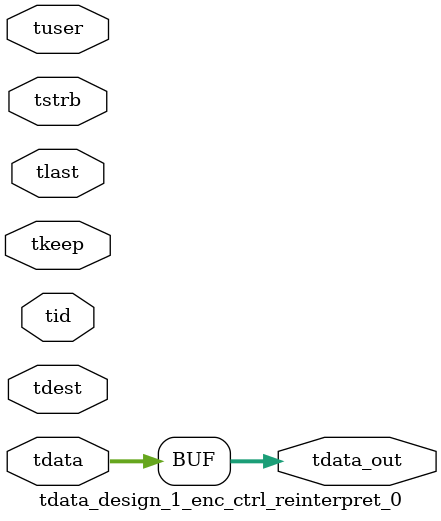
<source format=v>


`timescale 1ps/1ps

module tdata_design_1_enc_ctrl_reinterpret_0 #
(
parameter C_S_AXIS_TDATA_WIDTH = 32,
parameter C_S_AXIS_TUSER_WIDTH = 0,
parameter C_S_AXIS_TID_WIDTH   = 0,
parameter C_S_AXIS_TDEST_WIDTH = 0,
parameter C_M_AXIS_TDATA_WIDTH = 32
)
(
input  [(C_S_AXIS_TDATA_WIDTH == 0 ? 1 : C_S_AXIS_TDATA_WIDTH)-1:0     ] tdata,
input  [(C_S_AXIS_TUSER_WIDTH == 0 ? 1 : C_S_AXIS_TUSER_WIDTH)-1:0     ] tuser,
input  [(C_S_AXIS_TID_WIDTH   == 0 ? 1 : C_S_AXIS_TID_WIDTH)-1:0       ] tid,
input  [(C_S_AXIS_TDEST_WIDTH == 0 ? 1 : C_S_AXIS_TDEST_WIDTH)-1:0     ] tdest,
input  [(C_S_AXIS_TDATA_WIDTH/8)-1:0 ] tkeep,
input  [(C_S_AXIS_TDATA_WIDTH/8)-1:0 ] tstrb,
input                                                                    tlast,
output [C_M_AXIS_TDATA_WIDTH-1:0] tdata_out
);

assign tdata_out = {tdata[31:0]};

endmodule


</source>
